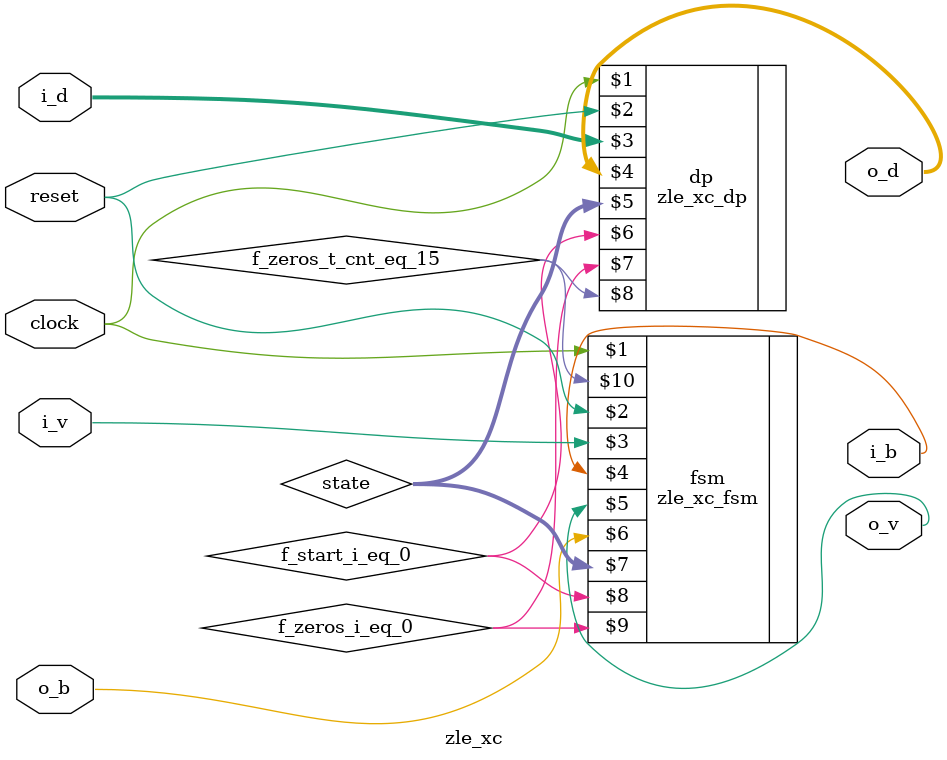
<source format=v>

`include "zle_xc_fsm.v"
`include "zle_xc_dp.v"

module zle_xc (clock, reset,  i_d, i_v, i_b,  o_d, o_v, o_b);
   
   input  clock, reset;
   input  [2:0] i_d;	input  i_v;	output i_b;	// - input  stream i
   output [3:0] o_d;	output o_v;	input  o_b;	// - output stream o

   wire [3:0] 	state;				// - state to datapath
   wire 	f_start_i_eq_0,
		f_zeros_i_eq_0,
		f_zeros_t_cnt_eq_15;		// - flags from datapath
   
   zle_xc_fsm fsm (clock, reset,  i_v, i_b,  o_v, o_b,  state,
		   f_start_i_eq_0, f_zeros_i_eq_0, f_zeros_t_cnt_eq_15);
   
   zle_xc_dp  dp  (clock, reset, i_d, o_d, state,
		   f_start_i_eq_0, f_zeros_i_eq_0, f_zeros_t_cnt_eq_15);

endmodule // zle_xc

</source>
